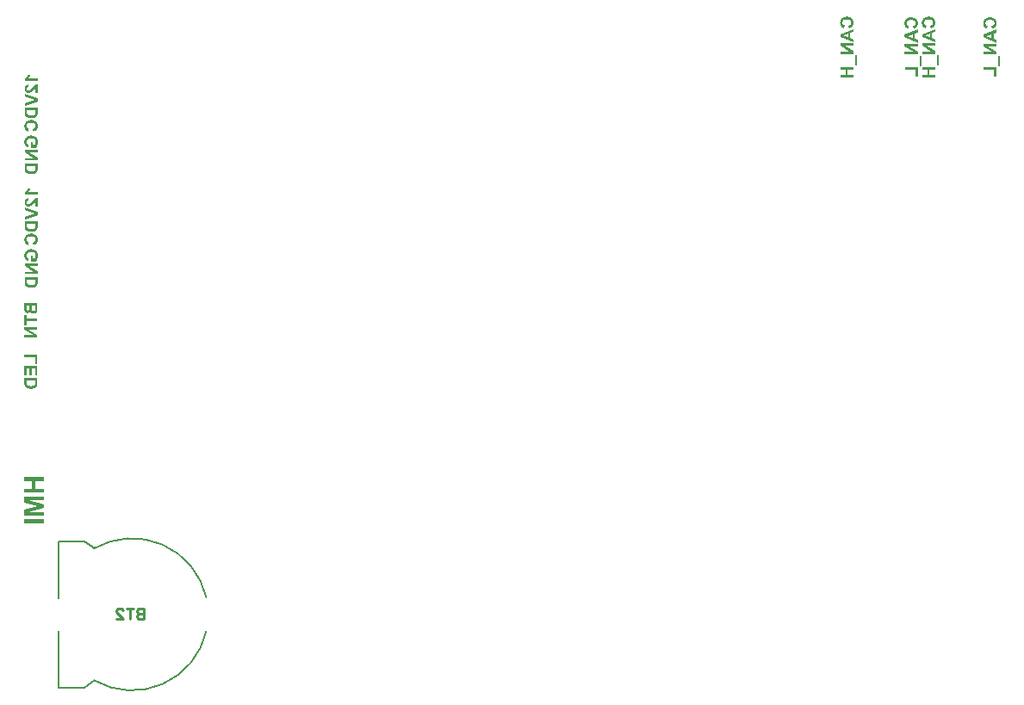
<source format=gbo>
G04*
G04 #@! TF.GenerationSoftware,Altium Limited,Altium Designer,23.0.1 (38)*
G04*
G04 Layer_Color=32896*
%FSLAX44Y44*%
%MOMM*%
G71*
G04*
G04 #@! TF.SameCoordinates,FF995E5F-5184-4AEF-B54D-418CE73C624A*
G04*
G04*
G04 #@! TF.FilePolarity,Positive*
G04*
G01*
G75*
%ADD14C,0.1270*%
%ADD16C,0.2540*%
G36*
X959687Y883964D02*
X960206Y883908D01*
X960705Y883834D01*
X961150Y883723D01*
X961576Y883612D01*
X961983Y883464D01*
X962335Y883316D01*
X962650Y883167D01*
X962946Y883019D01*
X963205Y882871D01*
X963409Y882723D01*
X963594Y882612D01*
X963724Y882501D01*
X963835Y882427D01*
X963890Y882371D01*
X963909Y882353D01*
X964224Y882038D01*
X964483Y881705D01*
X964724Y881353D01*
X964909Y881001D01*
X965075Y880649D01*
X965223Y880297D01*
X965335Y879964D01*
X965427Y879649D01*
X965501Y879334D01*
X965557Y879057D01*
X965594Y878798D01*
X965612Y878594D01*
X965631Y878409D01*
X965649Y878279D01*
Y878168D01*
X965631Y877779D01*
X965612Y877427D01*
X965557Y877075D01*
X965483Y876761D01*
X965409Y876464D01*
X965335Y876187D01*
X965242Y875927D01*
X965131Y875687D01*
X965038Y875483D01*
X964946Y875298D01*
X964872Y875131D01*
X964798Y875002D01*
X964724Y874891D01*
X964668Y874816D01*
X964650Y874779D01*
X964631Y874761D01*
X964427Y874520D01*
X964205Y874298D01*
X963705Y873891D01*
X963187Y873557D01*
X962687Y873298D01*
X962446Y873187D01*
X962224Y873094D01*
X962020Y873020D01*
X961853Y872946D01*
X961705Y872891D01*
X961594Y872854D01*
X961520Y872835D01*
X961502D01*
X960724Y875353D01*
X961224Y875501D01*
X961650Y875668D01*
X962002Y875835D01*
X962298Y876020D01*
X962520Y876168D01*
X962668Y876298D01*
X962761Y876390D01*
X962798Y876427D01*
X963020Y876724D01*
X963168Y877020D01*
X963279Y877316D01*
X963372Y877575D01*
X963409Y877816D01*
X963427Y878020D01*
X963446Y878094D01*
Y878186D01*
X963427Y878446D01*
X963409Y878686D01*
X963279Y879131D01*
X963131Y879520D01*
X962927Y879834D01*
X962742Y880094D01*
X962594Y880279D01*
X962520Y880353D01*
X962465Y880408D01*
X962446Y880427D01*
X962428Y880445D01*
X962224Y880594D01*
X961983Y880723D01*
X961724Y880853D01*
X961446Y880945D01*
X960872Y881094D01*
X960298Y881205D01*
X960020Y881242D01*
X959780Y881260D01*
X959539Y881297D01*
X959335D01*
X959187Y881316D01*
X959057D01*
X958965D01*
X958946D01*
X958521Y881297D01*
X958132Y881279D01*
X957780Y881242D01*
X957447Y881186D01*
X957150Y881112D01*
X956872Y881038D01*
X956632Y880964D01*
X956410Y880871D01*
X956224Y880797D01*
X956058Y880723D01*
X955928Y880649D01*
X955817Y880575D01*
X955724Y880519D01*
X955669Y880482D01*
X955632Y880445D01*
X955613D01*
X955428Y880279D01*
X955262Y880094D01*
X955132Y879909D01*
X955021Y879705D01*
X954836Y879316D01*
X954706Y878946D01*
X954632Y878631D01*
X954613Y878483D01*
X954595Y878372D01*
X954576Y878260D01*
Y878131D01*
X954595Y877761D01*
X954669Y877427D01*
X954762Y877131D01*
X954873Y876872D01*
X954984Y876668D01*
X955076Y876520D01*
X955150Y876427D01*
X955169Y876390D01*
X955391Y876150D01*
X955650Y875927D01*
X955910Y875761D01*
X956169Y875631D01*
X956391Y875539D01*
X956558Y875483D01*
X956632Y875446D01*
X956687D01*
X956706Y875427D01*
X956724D01*
X956113Y872872D01*
X955576Y873057D01*
X955113Y873261D01*
X954706Y873483D01*
X954373Y873687D01*
X954113Y873891D01*
X954002Y873965D01*
X953910Y874039D01*
X953854Y874094D01*
X953799Y874150D01*
X953762Y874168D01*
Y874187D01*
X953521Y874465D01*
X953299Y874779D01*
X953114Y875076D01*
X952965Y875390D01*
X952817Y875724D01*
X952706Y876039D01*
X952614Y876353D01*
X952540Y876650D01*
X952484Y876927D01*
X952447Y877187D01*
X952410Y877409D01*
X952392Y877612D01*
X952373Y877779D01*
Y878001D01*
X952392Y878483D01*
X952447Y878964D01*
X952540Y879390D01*
X952651Y879816D01*
X952780Y880186D01*
X952928Y880557D01*
X953095Y880871D01*
X953262Y881168D01*
X953428Y881445D01*
X953595Y881668D01*
X953743Y881871D01*
X953873Y882038D01*
X953984Y882168D01*
X954077Y882260D01*
X954132Y882316D01*
X954150Y882334D01*
X954502Y882630D01*
X954873Y882871D01*
X955262Y883093D01*
X955669Y883279D01*
X956095Y883445D01*
X956502Y883575D01*
X956909Y883686D01*
X957298Y883778D01*
X957687Y883852D01*
X958020Y883889D01*
X958335Y883927D01*
X958595Y883964D01*
X958817D01*
X958983Y883982D01*
X959094D01*
X959113D01*
X959131D01*
X959687Y883964D01*
D02*
G37*
G36*
X965427Y869169D02*
X962520Y868113D01*
Y862966D01*
X965427Y861855D01*
Y859059D01*
X952614Y864206D01*
Y866947D01*
X965427Y871909D01*
Y869169D01*
D02*
G37*
G36*
Y855281D02*
X956984D01*
X965427Y850078D01*
Y847486D01*
X952614D01*
Y849875D01*
X961242D01*
X952614Y855170D01*
Y857670D01*
X965427D01*
Y855281D01*
D02*
G37*
G36*
X968964Y836006D02*
X967371D01*
Y846227D01*
X968964D01*
Y836006D01*
D02*
G37*
G36*
X965427Y825692D02*
X963261D01*
Y832136D01*
X952706D01*
Y834728D01*
X965427D01*
Y825692D01*
D02*
G37*
G36*
X899362Y884538D02*
X899881Y884482D01*
X900380Y884408D01*
X900825Y884297D01*
X901251Y884186D01*
X901658Y884038D01*
X902010Y883889D01*
X902325Y883741D01*
X902621Y883593D01*
X902880Y883445D01*
X903084Y883297D01*
X903269Y883186D01*
X903399Y883075D01*
X903510Y883001D01*
X903565Y882945D01*
X903584Y882927D01*
X903899Y882612D01*
X904158Y882279D01*
X904398Y881927D01*
X904584Y881575D01*
X904750Y881223D01*
X904899Y880871D01*
X905010Y880538D01*
X905102Y880223D01*
X905176Y879909D01*
X905232Y879631D01*
X905269Y879371D01*
X905287Y879168D01*
X905306Y878983D01*
X905324Y878853D01*
Y878742D01*
X905306Y878353D01*
X905287Y878001D01*
X905232Y877649D01*
X905158Y877335D01*
X905084Y877038D01*
X905010Y876761D01*
X904917Y876501D01*
X904806Y876261D01*
X904713Y876057D01*
X904621Y875872D01*
X904547Y875705D01*
X904473Y875576D01*
X904398Y875464D01*
X904343Y875390D01*
X904324Y875353D01*
X904306Y875335D01*
X904102Y875094D01*
X903880Y874872D01*
X903380Y874465D01*
X902862Y874131D01*
X902362Y873872D01*
X902121Y873761D01*
X901899Y873668D01*
X901695Y873594D01*
X901528Y873520D01*
X901380Y873465D01*
X901269Y873428D01*
X901195Y873409D01*
X901177D01*
X900399Y875927D01*
X900899Y876076D01*
X901325Y876242D01*
X901677Y876409D01*
X901973Y876594D01*
X902195Y876742D01*
X902343Y876872D01*
X902436Y876964D01*
X902473Y877001D01*
X902695Y877298D01*
X902843Y877594D01*
X902954Y877890D01*
X903047Y878149D01*
X903084Y878390D01*
X903102Y878594D01*
X903121Y878668D01*
Y878760D01*
X903102Y879020D01*
X903084Y879260D01*
X902954Y879705D01*
X902806Y880094D01*
X902602Y880408D01*
X902417Y880668D01*
X902269Y880853D01*
X902195Y880927D01*
X902140Y880982D01*
X902121Y881001D01*
X902103Y881019D01*
X901899Y881168D01*
X901658Y881297D01*
X901399Y881427D01*
X901121Y881519D01*
X900547Y881667D01*
X899973Y881779D01*
X899695Y881816D01*
X899455Y881834D01*
X899214Y881871D01*
X899010D01*
X898862Y881890D01*
X898733D01*
X898640D01*
X898621D01*
X898195Y881871D01*
X897807Y881853D01*
X897455Y881816D01*
X897122Y881760D01*
X896825Y881686D01*
X896547Y881612D01*
X896307Y881538D01*
X896085Y881445D01*
X895899Y881371D01*
X895733Y881297D01*
X895603Y881223D01*
X895492Y881149D01*
X895399Y881094D01*
X895344Y881057D01*
X895307Y881019D01*
X895288D01*
X895103Y880853D01*
X894937Y880668D01*
X894807Y880482D01*
X894696Y880279D01*
X894511Y879890D01*
X894381Y879520D01*
X894307Y879205D01*
X894288Y879057D01*
X894270Y878946D01*
X894251Y878835D01*
Y878705D01*
X894270Y878335D01*
X894344Y878001D01*
X894437Y877705D01*
X894548Y877446D01*
X894659Y877242D01*
X894751Y877094D01*
X894826Y877001D01*
X894844Y876964D01*
X895066Y876724D01*
X895325Y876501D01*
X895585Y876335D01*
X895844Y876205D01*
X896066Y876113D01*
X896233Y876057D01*
X896307Y876020D01*
X896362D01*
X896381Y876001D01*
X896399D01*
X895788Y873446D01*
X895251Y873631D01*
X894788Y873835D01*
X894381Y874057D01*
X894048Y874261D01*
X893789Y874465D01*
X893677Y874539D01*
X893585Y874613D01*
X893529Y874668D01*
X893474Y874724D01*
X893437Y874742D01*
Y874761D01*
X893196Y875039D01*
X892974Y875353D01*
X892789Y875650D01*
X892641Y875964D01*
X892492Y876298D01*
X892381Y876612D01*
X892289Y876927D01*
X892215Y877224D01*
X892159Y877501D01*
X892122Y877760D01*
X892085Y877983D01*
X892066Y878186D01*
X892048Y878353D01*
Y878575D01*
X892066Y879057D01*
X892122Y879538D01*
X892215Y879964D01*
X892326Y880390D01*
X892455Y880760D01*
X892604Y881131D01*
X892770Y881445D01*
X892937Y881742D01*
X893103Y882019D01*
X893270Y882242D01*
X893418Y882445D01*
X893548Y882612D01*
X893659Y882741D01*
X893752Y882834D01*
X893807Y882890D01*
X893826Y882908D01*
X894177Y883204D01*
X894548Y883445D01*
X894937Y883667D01*
X895344Y883852D01*
X895770Y884019D01*
X896177Y884149D01*
X896584Y884260D01*
X896973Y884352D01*
X897362Y884426D01*
X897695Y884464D01*
X898010Y884501D01*
X898270Y884538D01*
X898492D01*
X898658Y884556D01*
X898770D01*
X898788D01*
X898807D01*
X899362Y884538D01*
D02*
G37*
G36*
X905102Y869743D02*
X902195Y868687D01*
Y863540D01*
X905102Y862429D01*
Y859633D01*
X892289Y864780D01*
Y867521D01*
X905102Y872483D01*
Y869743D01*
D02*
G37*
G36*
Y855855D02*
X896659D01*
X905102Y850652D01*
Y848060D01*
X892289D01*
Y850449D01*
X900917D01*
X892289Y855744D01*
Y858244D01*
X905102D01*
Y855855D01*
D02*
G37*
G36*
X908639Y836580D02*
X907046D01*
Y846801D01*
X908639D01*
Y836580D01*
D02*
G37*
G36*
X905102Y832765D02*
X899492D01*
Y827710D01*
X905102D01*
Y825118D01*
X892289D01*
Y827710D01*
X897325D01*
Y832765D01*
X892289D01*
Y835358D01*
X905102D01*
Y832765D01*
D02*
G37*
G36*
X28990Y427804D02*
X20578D01*
Y420225D01*
X28990D01*
Y416339D01*
X9779D01*
Y420225D01*
X17330D01*
Y427804D01*
X9779D01*
Y431691D01*
X28990D01*
Y427804D01*
D02*
G37*
G36*
Y408787D02*
X13888D01*
X28990Y405012D01*
Y401264D01*
X13888Y397488D01*
X28990Y397460D01*
Y393879D01*
X9779D01*
Y399709D01*
X22910Y403124D01*
X9779Y406566D01*
Y412369D01*
X28990D01*
Y408787D01*
D02*
G37*
G36*
Y386189D02*
X9779D01*
Y390076D01*
X28990D01*
Y386189D01*
D02*
G37*
G36*
X17075Y655929D02*
X17704Y655855D01*
X18278Y655726D01*
X18556Y655670D01*
X18797Y655596D01*
X19019Y655522D01*
X19222Y655467D01*
X19389Y655393D01*
X19537Y655337D01*
X19648Y655300D01*
X19741Y655263D01*
X19797Y655226D01*
X19815D01*
X20371Y654911D01*
X20852Y654559D01*
X21278Y654189D01*
X21611Y653819D01*
X21759Y653652D01*
X21889Y653485D01*
X22000Y653356D01*
X22074Y653226D01*
X22148Y653133D01*
X22204Y653041D01*
X22222Y653004D01*
X22241Y652985D01*
X22389Y652689D01*
X22518Y652411D01*
X22722Y651800D01*
X22870Y651208D01*
X22963Y650671D01*
X23000Y650412D01*
X23037Y650189D01*
X23055Y649986D01*
Y649800D01*
X23074Y649671D01*
Y649467D01*
X23055Y648875D01*
X22981Y648319D01*
X22889Y647782D01*
X22778Y647319D01*
X22722Y647116D01*
X22666Y646930D01*
X22611Y646764D01*
X22574Y646616D01*
X22537Y646505D01*
X22500Y646431D01*
X22481Y646375D01*
Y646356D01*
X22259Y645801D01*
X22018Y645338D01*
X21778Y644931D01*
X21574Y644579D01*
X21389Y644320D01*
X21315Y644227D01*
X21241Y644134D01*
X21185Y644079D01*
X21148Y644023D01*
X21111Y643986D01*
X15963D01*
Y649560D01*
X18130D01*
Y646597D01*
X19778D01*
X19945Y646819D01*
X20093Y647060D01*
X20222Y647301D01*
X20333Y647523D01*
X20426Y647708D01*
X20500Y647875D01*
X20537Y647967D01*
X20556Y647986D01*
Y648004D01*
X20667Y648301D01*
X20741Y648597D01*
X20796Y648875D01*
X20833Y649115D01*
X20852Y649338D01*
X20870Y649486D01*
Y649634D01*
X20852Y649930D01*
X20815Y650226D01*
X20759Y650486D01*
X20685Y650745D01*
X20500Y651208D01*
X20408Y651393D01*
X20296Y651578D01*
X20185Y651745D01*
X20093Y651893D01*
X19982Y652004D01*
X19908Y652115D01*
X19834Y652189D01*
X19778Y652245D01*
X19741Y652282D01*
X19722Y652300D01*
X19500Y652467D01*
X19241Y652634D01*
X18982Y652763D01*
X18704Y652874D01*
X18130Y653059D01*
X17574Y653170D01*
X17315Y653208D01*
X17056Y653245D01*
X16852Y653263D01*
X16649Y653282D01*
X16501Y653300D01*
X16371D01*
X16297D01*
X16278D01*
X15890Y653282D01*
X15538Y653263D01*
X15186Y653208D01*
X14871Y653152D01*
X14593Y653078D01*
X14334Y652985D01*
X14093Y652893D01*
X13871Y652800D01*
X13686Y652726D01*
X13519Y652634D01*
X13390Y652541D01*
X13279Y652467D01*
X13186Y652411D01*
X13131Y652356D01*
X13093Y652337D01*
X13075Y652319D01*
X12890Y652115D01*
X12705Y651911D01*
X12575Y651689D01*
X12445Y651467D01*
X12334Y651245D01*
X12242Y651023D01*
X12112Y650597D01*
X12075Y650393D01*
X12038Y650208D01*
X12019Y650041D01*
X12001Y649893D01*
X11982Y649782D01*
Y649615D01*
X12001Y649208D01*
X12075Y648856D01*
X12149Y648541D01*
X12260Y648264D01*
X12353Y648060D01*
X12445Y647893D01*
X12519Y647801D01*
X12538Y647764D01*
X12760Y647504D01*
X13001Y647282D01*
X13242Y647097D01*
X13482Y646967D01*
X13705Y646856D01*
X13871Y646782D01*
X13982Y646745D01*
X14001Y646727D01*
X14019D01*
X13538Y644153D01*
X13223Y644227D01*
X12908Y644338D01*
X12630Y644449D01*
X12371Y644597D01*
X12112Y644727D01*
X11890Y644875D01*
X11686Y645023D01*
X11501Y645171D01*
X11334Y645320D01*
X11186Y645449D01*
X11057Y645560D01*
X10964Y645671D01*
X10890Y645764D01*
X10816Y645838D01*
X10797Y645875D01*
X10779Y645893D01*
X10594Y646153D01*
X10446Y646431D01*
X10316Y646727D01*
X10205Y647041D01*
X10020Y647653D01*
X9909Y648245D01*
X9853Y648523D01*
X9834Y648782D01*
X9816Y649023D01*
X9797Y649227D01*
X9779Y649393D01*
Y649615D01*
X9797Y650282D01*
X9872Y650874D01*
X9927Y651134D01*
X9983Y651393D01*
X10038Y651634D01*
X10094Y651837D01*
X10168Y652022D01*
X10223Y652208D01*
X10279Y652337D01*
X10316Y652467D01*
X10372Y652560D01*
X10390Y652634D01*
X10427Y652671D01*
Y652689D01*
X10760Y653263D01*
X10964Y653504D01*
X11149Y653745D01*
X11353Y653967D01*
X11557Y654170D01*
X11760Y654356D01*
X11945Y654522D01*
X12131Y654652D01*
X12297Y654781D01*
X12445Y654893D01*
X12575Y654985D01*
X12686Y655041D01*
X12760Y655096D01*
X12816Y655115D01*
X12834Y655133D01*
X13131Y655281D01*
X13427Y655411D01*
X14038Y655615D01*
X14649Y655763D01*
X15186Y655855D01*
X15445Y655892D01*
X15667Y655929D01*
X15871Y655948D01*
X16056D01*
X16186Y655966D01*
X16297D01*
X16371D01*
X16389D01*
X17075Y655929D01*
D02*
G37*
G36*
X22833Y639190D02*
X14390D01*
X22833Y633987D01*
Y631395D01*
X10020D01*
Y633784D01*
X18648D01*
X10020Y639079D01*
Y641579D01*
X22833D01*
Y639190D01*
D02*
G37*
G36*
Y623803D02*
X22815Y623303D01*
X22796Y622840D01*
X22759Y622452D01*
X22704Y622137D01*
X22648Y621878D01*
X22611Y621674D01*
X22592Y621618D01*
Y621563D01*
X22574Y621544D01*
Y621526D01*
X22426Y621118D01*
X22259Y620748D01*
X22092Y620452D01*
X21926Y620192D01*
X21778Y619989D01*
X21667Y619841D01*
X21593Y619748D01*
X21556Y619711D01*
X21204Y619396D01*
X20833Y619118D01*
X20445Y618878D01*
X20093Y618693D01*
X19759Y618545D01*
X19630Y618470D01*
X19519Y618433D01*
X19408Y618396D01*
X19333Y618359D01*
X19296Y618341D01*
X19278D01*
X18834Y618211D01*
X18371Y618100D01*
X17926Y618026D01*
X17500Y617989D01*
X17297Y617971D01*
X17112Y617952D01*
X16963D01*
X16815Y617933D01*
X16704D01*
X16630D01*
X16575D01*
X16556D01*
X15908Y617952D01*
X15334Y618008D01*
X15056Y618026D01*
X14815Y618063D01*
X14575Y618100D01*
X14371Y618137D01*
X14186Y618193D01*
X14019Y618230D01*
X13871Y618267D01*
X13760Y618285D01*
X13668Y618322D01*
X13593Y618341D01*
X13556Y618359D01*
X13538D01*
X13093Y618526D01*
X12686Y618730D01*
X12334Y618933D01*
X12038Y619137D01*
X11797Y619304D01*
X11612Y619452D01*
X11501Y619544D01*
X11464Y619563D01*
Y619581D01*
X11168Y619896D01*
X10927Y620211D01*
X10723Y620544D01*
X10557Y620840D01*
X10427Y621100D01*
X10335Y621322D01*
X10316Y621396D01*
X10297Y621452D01*
X10279Y621489D01*
Y621507D01*
X10186Y621859D01*
X10131Y622248D01*
X10075Y622655D01*
X10057Y623044D01*
X10038Y623396D01*
X10020Y623544D01*
Y628655D01*
X22833D01*
Y623803D01*
D02*
G37*
G36*
X882217Y883964D02*
X882736Y883908D01*
X883235Y883834D01*
X883680Y883723D01*
X884106Y883612D01*
X884513Y883464D01*
X884865Y883316D01*
X885180Y883167D01*
X885476Y883019D01*
X885735Y882871D01*
X885939Y882723D01*
X886124Y882612D01*
X886254Y882501D01*
X886365Y882427D01*
X886420Y882371D01*
X886439Y882353D01*
X886754Y882038D01*
X887013Y881705D01*
X887253Y881353D01*
X887439Y881001D01*
X887605Y880649D01*
X887754Y880297D01*
X887865Y879964D01*
X887957Y879649D01*
X888031Y879334D01*
X888087Y879057D01*
X888124Y878798D01*
X888142Y878594D01*
X888161Y878409D01*
X888179Y878279D01*
Y878168D01*
X888161Y877779D01*
X888142Y877427D01*
X888087Y877075D01*
X888013Y876761D01*
X887939Y876464D01*
X887865Y876187D01*
X887772Y875927D01*
X887661Y875687D01*
X887568Y875483D01*
X887476Y875298D01*
X887402Y875131D01*
X887328Y875002D01*
X887253Y874891D01*
X887198Y874816D01*
X887179Y874779D01*
X887161Y874761D01*
X886957Y874520D01*
X886735Y874298D01*
X886235Y873891D01*
X885717Y873557D01*
X885217Y873298D01*
X884976Y873187D01*
X884754Y873094D01*
X884550Y873020D01*
X884383Y872946D01*
X884235Y872891D01*
X884124Y872854D01*
X884050Y872835D01*
X884032D01*
X883254Y875353D01*
X883754Y875501D01*
X884180Y875668D01*
X884532Y875835D01*
X884828Y876020D01*
X885050Y876168D01*
X885198Y876298D01*
X885291Y876390D01*
X885328Y876427D01*
X885550Y876724D01*
X885698Y877020D01*
X885809Y877316D01*
X885902Y877575D01*
X885939Y877816D01*
X885957Y878020D01*
X885976Y878094D01*
Y878186D01*
X885957Y878446D01*
X885939Y878686D01*
X885809Y879131D01*
X885661Y879520D01*
X885457Y879834D01*
X885272Y880094D01*
X885124Y880279D01*
X885050Y880353D01*
X884995Y880408D01*
X884976Y880427D01*
X884958Y880445D01*
X884754Y880594D01*
X884513Y880723D01*
X884254Y880853D01*
X883976Y880945D01*
X883402Y881094D01*
X882828Y881205D01*
X882550Y881242D01*
X882310Y881260D01*
X882069Y881297D01*
X881865D01*
X881717Y881316D01*
X881587D01*
X881495D01*
X881476D01*
X881050Y881297D01*
X880662Y881279D01*
X880310Y881242D01*
X879977Y881186D01*
X879680Y881112D01*
X879402Y881038D01*
X879162Y880964D01*
X878940Y880871D01*
X878754Y880797D01*
X878588Y880723D01*
X878458Y880649D01*
X878347Y880575D01*
X878254Y880519D01*
X878199Y880482D01*
X878162Y880445D01*
X878143D01*
X877958Y880279D01*
X877792Y880094D01*
X877662Y879909D01*
X877551Y879705D01*
X877366Y879316D01*
X877236Y878946D01*
X877162Y878631D01*
X877143Y878483D01*
X877125Y878372D01*
X877106Y878260D01*
Y878131D01*
X877125Y877761D01*
X877199Y877427D01*
X877292Y877131D01*
X877403Y876872D01*
X877514Y876668D01*
X877606Y876520D01*
X877680Y876427D01*
X877699Y876390D01*
X877921Y876150D01*
X878180Y875927D01*
X878440Y875761D01*
X878699Y875631D01*
X878921Y875539D01*
X879088Y875483D01*
X879162Y875446D01*
X879217D01*
X879236Y875427D01*
X879254D01*
X878643Y872872D01*
X878106Y873057D01*
X877643Y873261D01*
X877236Y873483D01*
X876903Y873687D01*
X876644Y873891D01*
X876532Y873965D01*
X876440Y874039D01*
X876384Y874094D01*
X876329Y874150D01*
X876292Y874168D01*
Y874187D01*
X876051Y874465D01*
X875829Y874779D01*
X875644Y875076D01*
X875496Y875390D01*
X875347Y875724D01*
X875236Y876039D01*
X875144Y876353D01*
X875070Y876650D01*
X875014Y876927D01*
X874977Y877187D01*
X874940Y877409D01*
X874921Y877612D01*
X874903Y877779D01*
Y878001D01*
X874921Y878483D01*
X874977Y878964D01*
X875070Y879390D01*
X875181Y879816D01*
X875310Y880186D01*
X875458Y880557D01*
X875625Y880871D01*
X875792Y881168D01*
X875958Y881445D01*
X876125Y881668D01*
X876273Y881871D01*
X876403Y882038D01*
X876514Y882168D01*
X876607Y882260D01*
X876662Y882316D01*
X876681Y882334D01*
X877032Y882630D01*
X877403Y882871D01*
X877792Y883093D01*
X878199Y883279D01*
X878625Y883445D01*
X879032Y883575D01*
X879439Y883686D01*
X879828Y883778D01*
X880217Y883852D01*
X880551Y883889D01*
X880865Y883927D01*
X881124Y883964D01*
X881347D01*
X881513Y883982D01*
X881625D01*
X881643D01*
X881662D01*
X882217Y883964D01*
D02*
G37*
G36*
X887957Y869169D02*
X885050Y868113D01*
Y862966D01*
X887957Y861855D01*
Y859059D01*
X875144Y864206D01*
Y866947D01*
X887957Y871909D01*
Y869169D01*
D02*
G37*
G36*
Y855281D02*
X879514D01*
X887957Y850078D01*
Y847486D01*
X875144D01*
Y849875D01*
X883772D01*
X875144Y855170D01*
Y857670D01*
X887957D01*
Y855281D01*
D02*
G37*
G36*
X891494Y836006D02*
X889901D01*
Y846227D01*
X891494D01*
Y836006D01*
D02*
G37*
G36*
X887957Y825692D02*
X885791D01*
Y832136D01*
X875236D01*
Y834728D01*
X887957D01*
Y825692D01*
D02*
G37*
G36*
X818971Y884538D02*
X819490Y884482D01*
X819989Y884408D01*
X820434Y884297D01*
X820860Y884186D01*
X821267Y884038D01*
X821619Y883889D01*
X821934Y883741D01*
X822230Y883593D01*
X822489Y883445D01*
X822693Y883297D01*
X822878Y883186D01*
X823008Y883075D01*
X823119Y883001D01*
X823174Y882945D01*
X823193Y882927D01*
X823508Y882612D01*
X823767Y882279D01*
X824007Y881927D01*
X824193Y881575D01*
X824359Y881223D01*
X824508Y880871D01*
X824619Y880538D01*
X824711Y880223D01*
X824785Y879909D01*
X824841Y879631D01*
X824878Y879371D01*
X824896Y879168D01*
X824915Y878983D01*
X824933Y878853D01*
Y878742D01*
X824915Y878353D01*
X824896Y878001D01*
X824841Y877649D01*
X824767Y877335D01*
X824693Y877038D01*
X824619Y876761D01*
X824526Y876501D01*
X824415Y876261D01*
X824322Y876057D01*
X824230Y875872D01*
X824156Y875705D01*
X824082Y875576D01*
X824007Y875464D01*
X823952Y875390D01*
X823933Y875353D01*
X823915Y875335D01*
X823711Y875094D01*
X823489Y874872D01*
X822989Y874465D01*
X822471Y874131D01*
X821971Y873872D01*
X821730Y873761D01*
X821508Y873668D01*
X821304Y873594D01*
X821137Y873520D01*
X820989Y873465D01*
X820878Y873428D01*
X820804Y873409D01*
X820786D01*
X820008Y875927D01*
X820508Y876076D01*
X820934Y876242D01*
X821286Y876409D01*
X821582Y876594D01*
X821804Y876742D01*
X821952Y876872D01*
X822045Y876964D01*
X822082Y877001D01*
X822304Y877298D01*
X822452Y877594D01*
X822563Y877890D01*
X822656Y878149D01*
X822693Y878390D01*
X822711Y878594D01*
X822730Y878668D01*
Y878760D01*
X822711Y879020D01*
X822693Y879260D01*
X822563Y879705D01*
X822415Y880094D01*
X822211Y880408D01*
X822026Y880668D01*
X821878Y880853D01*
X821804Y880927D01*
X821749Y880982D01*
X821730Y881001D01*
X821712Y881019D01*
X821508Y881168D01*
X821267Y881297D01*
X821008Y881427D01*
X820730Y881519D01*
X820156Y881667D01*
X819582Y881779D01*
X819304Y881816D01*
X819064Y881834D01*
X818823Y881871D01*
X818619D01*
X818471Y881890D01*
X818342D01*
X818249D01*
X818230D01*
X817804Y881871D01*
X817416Y881853D01*
X817064Y881816D01*
X816730Y881760D01*
X816434Y881686D01*
X816156Y881612D01*
X815916Y881538D01*
X815694Y881445D01*
X815508Y881371D01*
X815342Y881297D01*
X815212Y881223D01*
X815101Y881149D01*
X815008Y881094D01*
X814953Y881057D01*
X814916Y881019D01*
X814897D01*
X814712Y880853D01*
X814546Y880668D01*
X814416Y880482D01*
X814305Y880279D01*
X814120Y879890D01*
X813990Y879520D01*
X813916Y879205D01*
X813897Y879057D01*
X813879Y878946D01*
X813860Y878835D01*
Y878705D01*
X813879Y878335D01*
X813953Y878001D01*
X814046Y877705D01*
X814157Y877446D01*
X814268Y877242D01*
X814360Y877094D01*
X814435Y877001D01*
X814453Y876964D01*
X814675Y876724D01*
X814934Y876501D01*
X815194Y876335D01*
X815453Y876205D01*
X815675Y876113D01*
X815842Y876057D01*
X815916Y876020D01*
X815971D01*
X815990Y876001D01*
X816008D01*
X815397Y873446D01*
X814860Y873631D01*
X814397Y873835D01*
X813990Y874057D01*
X813657Y874261D01*
X813398Y874465D01*
X813286Y874539D01*
X813194Y874613D01*
X813138Y874668D01*
X813083Y874724D01*
X813046Y874742D01*
Y874761D01*
X812805Y875039D01*
X812583Y875353D01*
X812398Y875650D01*
X812250Y875964D01*
X812101Y876298D01*
X811990Y876612D01*
X811898Y876927D01*
X811824Y877224D01*
X811768Y877501D01*
X811731Y877760D01*
X811694Y877983D01*
X811675Y878186D01*
X811657Y878353D01*
Y878575D01*
X811675Y879057D01*
X811731Y879538D01*
X811824Y879964D01*
X811935Y880390D01*
X812064Y880760D01*
X812213Y881131D01*
X812379Y881445D01*
X812546Y881742D01*
X812712Y882019D01*
X812879Y882242D01*
X813027Y882445D01*
X813157Y882612D01*
X813268Y882741D01*
X813361Y882834D01*
X813416Y882890D01*
X813435Y882908D01*
X813786Y883204D01*
X814157Y883445D01*
X814546Y883667D01*
X814953Y883852D01*
X815379Y884019D01*
X815786Y884149D01*
X816193Y884260D01*
X816582Y884352D01*
X816971Y884426D01*
X817305Y884464D01*
X817619Y884501D01*
X817879Y884538D01*
X818101D01*
X818267Y884556D01*
X818379D01*
X818397D01*
X818416D01*
X818971Y884538D01*
D02*
G37*
G36*
X824711Y869743D02*
X821804Y868687D01*
Y863540D01*
X824711Y862429D01*
Y859633D01*
X811898Y864780D01*
Y867521D01*
X824711Y872483D01*
Y869743D01*
D02*
G37*
G36*
Y855855D02*
X816268D01*
X824711Y850652D01*
Y848060D01*
X811898D01*
Y850449D01*
X820526D01*
X811898Y855744D01*
Y858244D01*
X824711D01*
Y855855D01*
D02*
G37*
G36*
X828248Y836580D02*
X826655D01*
Y846801D01*
X828248D01*
Y836580D01*
D02*
G37*
G36*
X824711Y832765D02*
X819101D01*
Y827710D01*
X824711D01*
Y825118D01*
X811898D01*
Y827710D01*
X816934D01*
Y832765D01*
X811898D01*
Y835358D01*
X824711D01*
Y832765D01*
D02*
G37*
G36*
X22592Y543090D02*
X20426D01*
Y549534D01*
X9872D01*
Y552126D01*
X22592D01*
Y543090D01*
D02*
G37*
G36*
Y531499D02*
X20426D01*
Y538646D01*
X16945D01*
Y532221D01*
X14778D01*
Y538646D01*
X11945D01*
Y531739D01*
X9779D01*
Y541238D01*
X22592D01*
Y531499D01*
D02*
G37*
G36*
Y524444D02*
X22574Y523944D01*
X22555Y523481D01*
X22518Y523092D01*
X22463Y522777D01*
X22407Y522518D01*
X22370Y522314D01*
X22352Y522259D01*
Y522203D01*
X22333Y522185D01*
Y522166D01*
X22185Y521759D01*
X22018Y521389D01*
X21852Y521092D01*
X21685Y520833D01*
X21537Y520629D01*
X21426Y520481D01*
X21352Y520389D01*
X21315Y520352D01*
X20963Y520037D01*
X20593Y519759D01*
X20204Y519518D01*
X19852Y519333D01*
X19519Y519185D01*
X19389Y519111D01*
X19278Y519074D01*
X19167Y519037D01*
X19093Y519000D01*
X19056Y518981D01*
X19037D01*
X18593Y518852D01*
X18130Y518741D01*
X17686Y518667D01*
X17260Y518629D01*
X17056Y518611D01*
X16871Y518592D01*
X16723D01*
X16575Y518574D01*
X16464D01*
X16389D01*
X16334D01*
X16315D01*
X15667Y518592D01*
X15093Y518648D01*
X14815Y518667D01*
X14575Y518704D01*
X14334Y518741D01*
X14130Y518778D01*
X13945Y518833D01*
X13779Y518870D01*
X13630Y518907D01*
X13519Y518926D01*
X13427Y518963D01*
X13353Y518981D01*
X13316Y519000D01*
X13297D01*
X12853Y519166D01*
X12445Y519370D01*
X12094Y519574D01*
X11797Y519777D01*
X11557Y519944D01*
X11371Y520092D01*
X11260Y520185D01*
X11223Y520203D01*
Y520222D01*
X10927Y520537D01*
X10686Y520852D01*
X10483Y521185D01*
X10316Y521481D01*
X10186Y521740D01*
X10094Y521963D01*
X10075Y522037D01*
X10057Y522092D01*
X10038Y522129D01*
Y522148D01*
X9946Y522500D01*
X9890Y522888D01*
X9834Y523296D01*
X9816Y523685D01*
X9797Y524036D01*
X9779Y524184D01*
Y529295D01*
X22592D01*
Y524444D01*
D02*
G37*
G36*
X22592Y597621D02*
X22574Y597306D01*
Y596751D01*
X22555Y596529D01*
Y596177D01*
X22537Y596047D01*
Y595862D01*
X22518Y595788D01*
Y595714D01*
X22463Y595344D01*
X22370Y595010D01*
X22278Y594714D01*
X22167Y594455D01*
X22074Y594251D01*
X21981Y594103D01*
X21926Y594010D01*
X21907Y593973D01*
X21704Y593714D01*
X21481Y593510D01*
X21278Y593307D01*
X21056Y593158D01*
X20870Y593029D01*
X20722Y592936D01*
X20630Y592881D01*
X20593Y592862D01*
X20278Y592733D01*
X19982Y592621D01*
X19685Y592547D01*
X19426Y592510D01*
X19204Y592473D01*
X19037Y592455D01*
X18926D01*
X18908D01*
X18889D01*
X18482Y592473D01*
X18111Y592547D01*
X17797Y592659D01*
X17500Y592770D01*
X17278Y592881D01*
X17112Y592992D01*
X17000Y593066D01*
X16963Y593084D01*
X16667Y593344D01*
X16426Y593621D01*
X16223Y593936D01*
X16075Y594214D01*
X15945Y594473D01*
X15852Y594695D01*
X15834Y594770D01*
X15815Y594825D01*
X15797Y594862D01*
Y594881D01*
X15630Y594584D01*
X15464Y594325D01*
X15260Y594103D01*
X15093Y593918D01*
X14927Y593788D01*
X14797Y593677D01*
X14704Y593603D01*
X14667Y593584D01*
X14371Y593418D01*
X14093Y593288D01*
X13816Y593214D01*
X13556Y593140D01*
X13334Y593103D01*
X13168Y593084D01*
X13056D01*
X13038D01*
X13019D01*
X12723Y593103D01*
X12427Y593140D01*
X12186Y593214D01*
X11964Y593288D01*
X11779Y593362D01*
X11631Y593436D01*
X11557Y593473D01*
X11520Y593492D01*
X11279Y593640D01*
X11075Y593807D01*
X10890Y593973D01*
X10723Y594121D01*
X10612Y594269D01*
X10520Y594381D01*
X10464Y594455D01*
X10446Y594473D01*
X10297Y594695D01*
X10186Y594936D01*
X10094Y595158D01*
X10020Y595362D01*
X9964Y595547D01*
X9927Y595677D01*
X9909Y595769D01*
Y595806D01*
X9872Y596121D01*
X9834Y596473D01*
X9816Y596843D01*
X9797Y597214D01*
X9779Y597547D01*
Y603176D01*
X22592D01*
Y597621D01*
D02*
G37*
G36*
X11945Y587363D02*
X22592D01*
Y584771D01*
X11945D01*
Y580993D01*
X9779D01*
Y591159D01*
X11945D01*
Y587363D01*
D02*
G37*
G36*
X22592Y576920D02*
X14149D01*
X22592Y571716D01*
Y569124D01*
X9779D01*
Y571513D01*
X18408D01*
X9779Y576808D01*
Y579308D01*
X22592D01*
Y576920D01*
D02*
G37*
G36*
X15149Y714775D02*
X14871Y714183D01*
X14723Y713905D01*
X14556Y713645D01*
X14408Y713405D01*
X14260Y713183D01*
X14112Y712979D01*
X13982Y712794D01*
X13871Y712646D01*
X13760Y712516D01*
X13668Y712405D01*
X13612Y712331D01*
X13575Y712294D01*
X13556Y712275D01*
X22833D01*
Y709813D01*
X9946D01*
Y711812D01*
X10372Y711998D01*
X10760Y712238D01*
X11131Y712497D01*
X11427Y712757D01*
X11668Y712979D01*
X11853Y713183D01*
X11927Y713257D01*
X11983Y713312D01*
X12001Y713349D01*
X12019Y713368D01*
X12316Y713775D01*
X12575Y714164D01*
X12779Y714516D01*
X12927Y714830D01*
X13038Y715090D01*
X13131Y715275D01*
X13149Y715349D01*
X13168Y715405D01*
X13186Y715423D01*
Y715442D01*
X15408D01*
X15149Y714775D01*
D02*
G37*
G36*
X22833Y697832D02*
X20556D01*
Y702721D01*
X20315Y702573D01*
X20111Y702406D01*
X20019Y702332D01*
X19945Y702276D01*
X19908Y702239D01*
X19889Y702221D01*
X19815Y702147D01*
X19722Y702073D01*
X19519Y701850D01*
X19278Y701610D01*
X19037Y701369D01*
X18815Y701128D01*
X18630Y700925D01*
X18556Y700851D01*
X18500Y700795D01*
X18482Y700758D01*
X18463Y700739D01*
X18074Y700332D01*
X17760Y699999D01*
X17463Y699721D01*
X17241Y699499D01*
X17056Y699332D01*
X16926Y699221D01*
X16834Y699147D01*
X16815Y699128D01*
X16501Y698888D01*
X16204Y698684D01*
X15927Y698517D01*
X15686Y698388D01*
X15482Y698277D01*
X15316Y698203D01*
X15223Y698166D01*
X15186Y698147D01*
X14890Y698036D01*
X14593Y697962D01*
X14316Y697906D01*
X14056Y697869D01*
X13853Y697851D01*
X13686Y697832D01*
X13575D01*
X13538D01*
X13260Y697851D01*
X12982Y697888D01*
X12723Y697925D01*
X12482Y697999D01*
X12056Y698184D01*
X11686Y698369D01*
X11520Y698480D01*
X11390Y698573D01*
X11260Y698666D01*
X11168Y698758D01*
X11094Y698832D01*
X11020Y698869D01*
X11001Y698906D01*
X10983Y698925D01*
X10797Y699128D01*
X10631Y699369D01*
X10501Y699591D01*
X10390Y699851D01*
X10205Y700332D01*
X10075Y700814D01*
X10038Y701036D01*
X10001Y701239D01*
X9983Y701424D01*
X9964Y701591D01*
X9946Y701721D01*
Y701906D01*
X9964Y702221D01*
X9983Y702517D01*
X10075Y703091D01*
X10223Y703572D01*
X10297Y703795D01*
X10390Y703998D01*
X10464Y704184D01*
X10557Y704332D01*
X10631Y704480D01*
X10686Y704591D01*
X10760Y704684D01*
X10797Y704739D01*
X10816Y704776D01*
X10834Y704795D01*
X11020Y704998D01*
X11205Y705183D01*
X11427Y705350D01*
X11668Y705498D01*
X12149Y705720D01*
X12612Y705906D01*
X12853Y705961D01*
X13056Y706017D01*
X13242Y706072D01*
X13408Y706091D01*
X13556Y706128D01*
X13649D01*
X13723Y706146D01*
X13742D01*
X13982Y703702D01*
X13612Y703665D01*
X13297Y703591D01*
X13019Y703517D01*
X12816Y703424D01*
X12649Y703350D01*
X12538Y703276D01*
X12464Y703221D01*
X12445Y703202D01*
X12297Y703017D01*
X12186Y702813D01*
X12094Y702610D01*
X12038Y702406D01*
X12001Y702239D01*
X11983Y702091D01*
Y701962D01*
X12001Y701684D01*
X12056Y701443D01*
X12131Y701239D01*
X12205Y701054D01*
X12279Y700925D01*
X12353Y700814D01*
X12408Y700758D01*
X12427Y700739D01*
X12612Y700591D01*
X12816Y700480D01*
X13019Y700406D01*
X13223Y700351D01*
X13408Y700313D01*
X13575Y700295D01*
X13668D01*
X13686D01*
X13705D01*
X13982Y700313D01*
X14241Y700369D01*
X14501Y700462D01*
X14723Y700554D01*
X14927Y700647D01*
X15075Y700739D01*
X15167Y700795D01*
X15204Y700814D01*
X15316Y700888D01*
X15445Y700999D01*
X15612Y701147D01*
X15760Y701295D01*
X16112Y701628D01*
X16464Y701962D01*
X16797Y702295D01*
X16945Y702443D01*
X17056Y702591D01*
X17167Y702702D01*
X17241Y702776D01*
X17297Y702832D01*
X17315Y702850D01*
X17667Y703221D01*
X18000Y703554D01*
X18315Y703869D01*
X18593Y704146D01*
X18871Y704406D01*
X19130Y704628D01*
X19352Y704832D01*
X19574Y704998D01*
X19759Y705146D01*
X19926Y705276D01*
X20056Y705387D01*
X20185Y705461D01*
X20259Y705535D01*
X20333Y705572D01*
X20371Y705609D01*
X20389D01*
X20815Y705850D01*
X21259Y706035D01*
X21667Y706183D01*
X22037Y706294D01*
X22370Y706368D01*
X22500Y706387D01*
X22611Y706405D01*
X22704Y706424D01*
X22778Y706442D01*
X22815D01*
X22833D01*
Y697832D01*
D02*
G37*
G36*
Y692333D02*
Y689537D01*
X10020Y684982D01*
Y687741D01*
X19500Y690870D01*
X10020Y694129D01*
Y696925D01*
X22833Y692333D01*
D02*
G37*
G36*
Y678816D02*
X22815Y678316D01*
X22796Y677853D01*
X22759Y677464D01*
X22704Y677149D01*
X22648Y676890D01*
X22611Y676686D01*
X22592Y676631D01*
Y676575D01*
X22574Y676557D01*
Y676538D01*
X22426Y676131D01*
X22259Y675760D01*
X22092Y675464D01*
X21926Y675205D01*
X21778Y675001D01*
X21667Y674853D01*
X21593Y674761D01*
X21556Y674724D01*
X21204Y674409D01*
X20833Y674131D01*
X20445Y673890D01*
X20093Y673705D01*
X19759Y673557D01*
X19630Y673483D01*
X19519Y673446D01*
X19408Y673409D01*
X19334Y673372D01*
X19296Y673353D01*
X19278D01*
X18834Y673224D01*
X18371Y673113D01*
X17926Y673039D01*
X17500Y673001D01*
X17297Y672983D01*
X17112Y672964D01*
X16963D01*
X16815Y672946D01*
X16704D01*
X16630D01*
X16575D01*
X16556D01*
X15908Y672964D01*
X15334Y673020D01*
X15056Y673039D01*
X14815Y673076D01*
X14575Y673113D01*
X14371Y673150D01*
X14186Y673205D01*
X14019Y673242D01*
X13871Y673279D01*
X13760Y673298D01*
X13668Y673335D01*
X13593Y673353D01*
X13556Y673372D01*
X13538D01*
X13094Y673539D01*
X12686Y673742D01*
X12334Y673946D01*
X12038Y674150D01*
X11797Y674316D01*
X11612Y674464D01*
X11501Y674557D01*
X11464Y674576D01*
Y674594D01*
X11168Y674909D01*
X10927Y675223D01*
X10723Y675557D01*
X10557Y675853D01*
X10427Y676112D01*
X10335Y676335D01*
X10316Y676409D01*
X10297Y676464D01*
X10279Y676501D01*
Y676520D01*
X10186Y676871D01*
X10131Y677260D01*
X10075Y677668D01*
X10057Y678057D01*
X10038Y678408D01*
X10020Y678557D01*
Y683667D01*
X22833D01*
Y678816D01*
D02*
G37*
G36*
X17093Y671187D02*
X17612Y671131D01*
X18111Y671057D01*
X18556Y670946D01*
X18982Y670835D01*
X19389Y670687D01*
X19741Y670539D01*
X20056Y670391D01*
X20352Y670243D01*
X20611Y670094D01*
X20815Y669946D01*
X21000Y669835D01*
X21130Y669724D01*
X21241Y669650D01*
X21296Y669594D01*
X21315Y669576D01*
X21630Y669261D01*
X21889Y668928D01*
X22130Y668576D01*
X22315Y668224D01*
X22481Y667872D01*
X22629Y667521D01*
X22741Y667187D01*
X22833Y666873D01*
X22907Y666558D01*
X22963Y666280D01*
X23000Y666021D01*
X23018Y665817D01*
X23037Y665632D01*
X23055Y665502D01*
Y665391D01*
X23037Y665002D01*
X23018Y664651D01*
X22963Y664299D01*
X22889Y663984D01*
X22815Y663688D01*
X22741Y663410D01*
X22648Y663151D01*
X22537Y662910D01*
X22444Y662706D01*
X22352Y662521D01*
X22278Y662355D01*
X22204Y662225D01*
X22130Y662114D01*
X22074Y662040D01*
X22055Y662003D01*
X22037Y661984D01*
X21833Y661743D01*
X21611Y661521D01*
X21111Y661114D01*
X20593Y660781D01*
X20093Y660521D01*
X19852Y660410D01*
X19630Y660318D01*
X19426Y660244D01*
X19260Y660170D01*
X19111Y660114D01*
X19000Y660077D01*
X18926Y660058D01*
X18908D01*
X18130Y662577D01*
X18630Y662725D01*
X19056Y662891D01*
X19408Y663058D01*
X19704Y663243D01*
X19926Y663391D01*
X20074Y663521D01*
X20167Y663614D01*
X20204Y663651D01*
X20426Y663947D01*
X20574Y664243D01*
X20685Y664539D01*
X20778Y664799D01*
X20815Y665039D01*
X20833Y665243D01*
X20852Y665317D01*
Y665410D01*
X20833Y665669D01*
X20815Y665910D01*
X20685Y666354D01*
X20537Y666743D01*
X20333Y667058D01*
X20148Y667317D01*
X20000Y667502D01*
X19926Y667576D01*
X19871Y667632D01*
X19852Y667650D01*
X19834Y667669D01*
X19630Y667817D01*
X19389Y667946D01*
X19130Y668076D01*
X18852Y668169D01*
X18278Y668317D01*
X17704Y668428D01*
X17426Y668465D01*
X17186Y668484D01*
X16945Y668521D01*
X16741D01*
X16593Y668539D01*
X16464D01*
X16371D01*
X16352D01*
X15927Y668521D01*
X15538Y668502D01*
X15186Y668465D01*
X14852Y668409D01*
X14556Y668335D01*
X14279Y668261D01*
X14038Y668187D01*
X13816Y668095D01*
X13630Y668021D01*
X13464Y667946D01*
X13334Y667872D01*
X13223Y667798D01*
X13131Y667743D01*
X13075Y667706D01*
X13038Y667669D01*
X13019D01*
X12834Y667502D01*
X12668Y667317D01*
X12538Y667132D01*
X12427Y666928D01*
X12242Y666539D01*
X12112Y666169D01*
X12038Y665854D01*
X12019Y665706D01*
X12001Y665595D01*
X11983Y665484D01*
Y665354D01*
X12001Y664984D01*
X12075Y664651D01*
X12168Y664354D01*
X12279Y664095D01*
X12390Y663891D01*
X12482Y663743D01*
X12557Y663651D01*
X12575Y663614D01*
X12797Y663373D01*
X13056Y663151D01*
X13316Y662984D01*
X13575Y662855D01*
X13797Y662762D01*
X13964Y662706D01*
X14038Y662669D01*
X14093D01*
X14112Y662651D01*
X14130D01*
X13519Y660096D01*
X12982Y660281D01*
X12520Y660484D01*
X12112Y660706D01*
X11779Y660910D01*
X11520Y661114D01*
X11408Y661188D01*
X11316Y661262D01*
X11260Y661318D01*
X11205Y661373D01*
X11168Y661392D01*
Y661410D01*
X10927Y661688D01*
X10705Y662003D01*
X10520Y662299D01*
X10372Y662614D01*
X10223Y662947D01*
X10112Y663262D01*
X10020Y663577D01*
X9946Y663873D01*
X9890Y664151D01*
X9853Y664410D01*
X9816Y664632D01*
X9797Y664836D01*
X9779Y665002D01*
Y665225D01*
X9797Y665706D01*
X9853Y666187D01*
X9946Y666613D01*
X10057Y667039D01*
X10186Y667410D01*
X10335Y667780D01*
X10501Y668095D01*
X10668Y668391D01*
X10834Y668669D01*
X11001Y668891D01*
X11149Y669094D01*
X11279Y669261D01*
X11390Y669391D01*
X11482Y669483D01*
X11538Y669539D01*
X11557Y669557D01*
X11908Y669854D01*
X12279Y670094D01*
X12668Y670317D01*
X13075Y670502D01*
X13501Y670668D01*
X13908Y670798D01*
X14316Y670909D01*
X14704Y671002D01*
X15093Y671076D01*
X15427Y671113D01*
X15741Y671150D01*
X16001Y671187D01*
X16223D01*
X16389Y671205D01*
X16501D01*
X16519D01*
X16538D01*
X17093Y671187D01*
D02*
G37*
G36*
X17075Y767692D02*
X17704Y767618D01*
X18278Y767488D01*
X18556Y767433D01*
X18797Y767359D01*
X19019Y767285D01*
X19222Y767229D01*
X19389Y767155D01*
X19537Y767100D01*
X19648Y767063D01*
X19741Y767025D01*
X19797Y766988D01*
X19815D01*
X20371Y766674D01*
X20852Y766322D01*
X21278Y765952D01*
X21611Y765581D01*
X21759Y765415D01*
X21889Y765248D01*
X22000Y765118D01*
X22074Y764989D01*
X22148Y764896D01*
X22204Y764803D01*
X22222Y764766D01*
X22241Y764748D01*
X22389Y764452D01*
X22518Y764174D01*
X22722Y763563D01*
X22870Y762970D01*
X22963Y762433D01*
X23000Y762174D01*
X23037Y761952D01*
X23055Y761748D01*
Y761563D01*
X23074Y761433D01*
Y761230D01*
X23055Y760637D01*
X22981Y760082D01*
X22889Y759545D01*
X22778Y759082D01*
X22722Y758878D01*
X22666Y758693D01*
X22611Y758526D01*
X22574Y758378D01*
X22537Y758267D01*
X22500Y758193D01*
X22481Y758138D01*
Y758119D01*
X22259Y757563D01*
X22018Y757101D01*
X21778Y756693D01*
X21574Y756341D01*
X21389Y756082D01*
X21315Y755990D01*
X21241Y755897D01*
X21185Y755841D01*
X21148Y755786D01*
X21111Y755749D01*
X15963D01*
Y761322D01*
X18130D01*
Y758360D01*
X19778D01*
X19945Y758582D01*
X20093Y758823D01*
X20222Y759063D01*
X20333Y759286D01*
X20426Y759471D01*
X20500Y759637D01*
X20537Y759730D01*
X20556Y759748D01*
Y759767D01*
X20667Y760063D01*
X20741Y760359D01*
X20796Y760637D01*
X20833Y760878D01*
X20852Y761100D01*
X20870Y761248D01*
Y761396D01*
X20852Y761693D01*
X20815Y761989D01*
X20759Y762248D01*
X20685Y762507D01*
X20500Y762970D01*
X20408Y763156D01*
X20296Y763341D01*
X20185Y763507D01*
X20093Y763655D01*
X19982Y763766D01*
X19908Y763878D01*
X19834Y763952D01*
X19778Y764007D01*
X19741Y764044D01*
X19722Y764063D01*
X19500Y764229D01*
X19241Y764396D01*
X18982Y764526D01*
X18704Y764637D01*
X18130Y764822D01*
X17574Y764933D01*
X17315Y764970D01*
X17056Y765007D01*
X16852Y765026D01*
X16649Y765044D01*
X16501Y765063D01*
X16371D01*
X16297D01*
X16278D01*
X15890Y765044D01*
X15538Y765026D01*
X15186Y764970D01*
X14871Y764914D01*
X14593Y764840D01*
X14334Y764748D01*
X14093Y764655D01*
X13871Y764563D01*
X13686Y764489D01*
X13519Y764396D01*
X13390Y764304D01*
X13279Y764229D01*
X13186Y764174D01*
X13131Y764118D01*
X13093Y764100D01*
X13075Y764081D01*
X12890Y763878D01*
X12705Y763674D01*
X12575Y763452D01*
X12445Y763230D01*
X12334Y763007D01*
X12242Y762785D01*
X12112Y762359D01*
X12075Y762156D01*
X12038Y761970D01*
X12019Y761804D01*
X12001Y761656D01*
X11982Y761544D01*
Y761378D01*
X12001Y760971D01*
X12075Y760619D01*
X12149Y760304D01*
X12260Y760026D01*
X12353Y759822D01*
X12445Y759656D01*
X12519Y759563D01*
X12538Y759526D01*
X12760Y759267D01*
X13001Y759045D01*
X13242Y758860D01*
X13482Y758730D01*
X13705Y758619D01*
X13871Y758545D01*
X13982Y758508D01*
X14001Y758489D01*
X14019D01*
X13538Y755916D01*
X13223Y755990D01*
X12908Y756101D01*
X12630Y756212D01*
X12371Y756360D01*
X12112Y756489D01*
X11890Y756638D01*
X11686Y756786D01*
X11501Y756934D01*
X11334Y757082D01*
X11186Y757212D01*
X11057Y757323D01*
X10964Y757434D01*
X10890Y757526D01*
X10816Y757600D01*
X10797Y757637D01*
X10779Y757656D01*
X10594Y757915D01*
X10446Y758193D01*
X10316Y758489D01*
X10205Y758804D01*
X10020Y759415D01*
X9909Y760008D01*
X9853Y760285D01*
X9834Y760545D01*
X9816Y760785D01*
X9797Y760989D01*
X9779Y761156D01*
Y761378D01*
X9797Y762045D01*
X9872Y762637D01*
X9927Y762896D01*
X9983Y763156D01*
X10038Y763396D01*
X10094Y763600D01*
X10168Y763785D01*
X10223Y763970D01*
X10279Y764100D01*
X10316Y764229D01*
X10372Y764322D01*
X10390Y764396D01*
X10427Y764433D01*
Y764452D01*
X10760Y765026D01*
X10964Y765266D01*
X11149Y765507D01*
X11353Y765729D01*
X11557Y765933D01*
X11760Y766118D01*
X11945Y766285D01*
X12131Y766414D01*
X12297Y766544D01*
X12445Y766655D01*
X12575Y766748D01*
X12686Y766803D01*
X12760Y766859D01*
X12816Y766877D01*
X12834Y766896D01*
X13131Y767044D01*
X13427Y767174D01*
X14038Y767377D01*
X14649Y767525D01*
X15186Y767618D01*
X15445Y767655D01*
X15667Y767692D01*
X15871Y767711D01*
X16056D01*
X16186Y767729D01*
X16297D01*
X16371D01*
X16389D01*
X17075Y767692D01*
D02*
G37*
G36*
X22833Y750953D02*
X14390D01*
X22833Y745750D01*
Y743158D01*
X10020D01*
Y745546D01*
X18648D01*
X10020Y750842D01*
Y753342D01*
X22833D01*
Y750953D01*
D02*
G37*
G36*
Y735566D02*
X22815Y735066D01*
X22796Y734603D01*
X22759Y734214D01*
X22704Y733899D01*
X22648Y733640D01*
X22611Y733436D01*
X22592Y733381D01*
Y733325D01*
X22574Y733307D01*
Y733288D01*
X22426Y732881D01*
X22259Y732511D01*
X22092Y732214D01*
X21926Y731955D01*
X21778Y731751D01*
X21667Y731603D01*
X21593Y731511D01*
X21556Y731474D01*
X21204Y731159D01*
X20833Y730881D01*
X20445Y730640D01*
X20093Y730455D01*
X19759Y730307D01*
X19630Y730233D01*
X19519Y730196D01*
X19408Y730159D01*
X19333Y730122D01*
X19296Y730103D01*
X19278D01*
X18834Y729974D01*
X18371Y729863D01*
X17926Y729789D01*
X17500Y729752D01*
X17297Y729733D01*
X17112Y729715D01*
X16963D01*
X16815Y729696D01*
X16704D01*
X16630D01*
X16575D01*
X16556D01*
X15908Y729715D01*
X15334Y729770D01*
X15056Y729789D01*
X14815Y729826D01*
X14575Y729863D01*
X14371Y729900D01*
X14186Y729955D01*
X14019Y729992D01*
X13871Y730029D01*
X13760Y730048D01*
X13668Y730085D01*
X13593Y730103D01*
X13556Y730122D01*
X13538D01*
X13093Y730288D01*
X12686Y730492D01*
X12334Y730696D01*
X12038Y730900D01*
X11797Y731066D01*
X11612Y731214D01*
X11501Y731307D01*
X11464Y731325D01*
Y731344D01*
X11168Y731659D01*
X10927Y731973D01*
X10723Y732307D01*
X10557Y732603D01*
X10427Y732862D01*
X10335Y733084D01*
X10316Y733159D01*
X10297Y733214D01*
X10279Y733251D01*
Y733270D01*
X10186Y733622D01*
X10131Y734010D01*
X10075Y734418D01*
X10057Y734807D01*
X10038Y735158D01*
X10020Y735306D01*
Y740417D01*
X22833D01*
Y735566D01*
D02*
G37*
G36*
X15149Y826537D02*
X14871Y825945D01*
X14723Y825667D01*
X14556Y825408D01*
X14408Y825167D01*
X14260Y824945D01*
X14112Y824741D01*
X13982Y824556D01*
X13871Y824408D01*
X13760Y824278D01*
X13668Y824167D01*
X13612Y824093D01*
X13575Y824056D01*
X13556Y824038D01*
X22833D01*
Y821575D01*
X9946D01*
Y823575D01*
X10372Y823760D01*
X10760Y824001D01*
X11131Y824260D01*
X11427Y824519D01*
X11668Y824741D01*
X11853Y824945D01*
X11927Y825019D01*
X11983Y825075D01*
X12001Y825112D01*
X12019Y825130D01*
X12316Y825538D01*
X12575Y825927D01*
X12779Y826278D01*
X12927Y826593D01*
X13038Y826852D01*
X13131Y827038D01*
X13149Y827112D01*
X13168Y827167D01*
X13186Y827186D01*
Y827204D01*
X15408D01*
X15149Y826537D01*
D02*
G37*
G36*
X22833Y809595D02*
X20556D01*
Y814483D01*
X20315Y814335D01*
X20111Y814168D01*
X20019Y814094D01*
X19945Y814039D01*
X19908Y814002D01*
X19889Y813983D01*
X19815Y813909D01*
X19722Y813835D01*
X19519Y813613D01*
X19278Y813372D01*
X19037Y813131D01*
X18815Y812891D01*
X18630Y812687D01*
X18556Y812613D01*
X18500Y812558D01*
X18482Y812521D01*
X18463Y812502D01*
X18074Y812095D01*
X17760Y811761D01*
X17463Y811484D01*
X17241Y811261D01*
X17056Y811095D01*
X16926Y810984D01*
X16834Y810910D01*
X16815Y810891D01*
X16501Y810650D01*
X16204Y810447D01*
X15927Y810280D01*
X15686Y810150D01*
X15482Y810039D01*
X15316Y809965D01*
X15223Y809928D01*
X15186Y809910D01*
X14890Y809799D01*
X14593Y809725D01*
X14316Y809669D01*
X14056Y809632D01*
X13853Y809613D01*
X13686Y809595D01*
X13575D01*
X13538D01*
X13260Y809613D01*
X12982Y809650D01*
X12723Y809687D01*
X12482Y809762D01*
X12056Y809947D01*
X11686Y810132D01*
X11520Y810243D01*
X11390Y810335D01*
X11260Y810428D01*
X11168Y810521D01*
X11094Y810595D01*
X11020Y810632D01*
X11001Y810669D01*
X10983Y810687D01*
X10797Y810891D01*
X10631Y811132D01*
X10501Y811354D01*
X10390Y811613D01*
X10205Y812095D01*
X10075Y812576D01*
X10038Y812798D01*
X10001Y813002D01*
X9983Y813187D01*
X9964Y813354D01*
X9946Y813483D01*
Y813669D01*
X9964Y813983D01*
X9983Y814279D01*
X10075Y814854D01*
X10223Y815335D01*
X10297Y815557D01*
X10390Y815761D01*
X10464Y815946D01*
X10557Y816094D01*
X10631Y816242D01*
X10686Y816353D01*
X10760Y816446D01*
X10797Y816501D01*
X10816Y816539D01*
X10834Y816557D01*
X11020Y816761D01*
X11205Y816946D01*
X11427Y817113D01*
X11668Y817261D01*
X12149Y817483D01*
X12612Y817668D01*
X12853Y817724D01*
X13056Y817779D01*
X13242Y817835D01*
X13408Y817853D01*
X13556Y817890D01*
X13649D01*
X13723Y817909D01*
X13742D01*
X13982Y815465D01*
X13612Y815428D01*
X13297Y815353D01*
X13019Y815279D01*
X12816Y815187D01*
X12649Y815113D01*
X12538Y815039D01*
X12464Y814983D01*
X12445Y814965D01*
X12297Y814780D01*
X12186Y814576D01*
X12094Y814372D01*
X12038Y814168D01*
X12001Y814002D01*
X11983Y813854D01*
Y813724D01*
X12001Y813446D01*
X12056Y813206D01*
X12131Y813002D01*
X12205Y812817D01*
X12279Y812687D01*
X12353Y812576D01*
X12408Y812521D01*
X12427Y812502D01*
X12612Y812354D01*
X12816Y812243D01*
X13019Y812169D01*
X13223Y812113D01*
X13408Y812076D01*
X13575Y812058D01*
X13668D01*
X13686D01*
X13705D01*
X13982Y812076D01*
X14241Y812132D01*
X14501Y812224D01*
X14723Y812317D01*
X14927Y812409D01*
X15075Y812502D01*
X15167Y812558D01*
X15204Y812576D01*
X15316Y812650D01*
X15445Y812761D01*
X15612Y812909D01*
X15760Y813057D01*
X16112Y813391D01*
X16464Y813724D01*
X16797Y814057D01*
X16945Y814205D01*
X17056Y814354D01*
X17167Y814465D01*
X17241Y814539D01*
X17297Y814594D01*
X17315Y814613D01*
X17667Y814983D01*
X18000Y815316D01*
X18315Y815631D01*
X18593Y815909D01*
X18871Y816168D01*
X19130Y816390D01*
X19352Y816594D01*
X19574Y816761D01*
X19759Y816909D01*
X19926Y817038D01*
X20056Y817150D01*
X20185Y817224D01*
X20259Y817298D01*
X20333Y817335D01*
X20371Y817372D01*
X20389D01*
X20815Y817613D01*
X21259Y817798D01*
X21667Y817946D01*
X22037Y818057D01*
X22370Y818131D01*
X22500Y818149D01*
X22611Y818168D01*
X22704Y818187D01*
X22778Y818205D01*
X22815D01*
X22833D01*
Y809595D01*
D02*
G37*
G36*
Y804095D02*
Y801299D01*
X10020Y796744D01*
Y799503D01*
X19500Y802633D01*
X10020Y805891D01*
Y808688D01*
X22833Y804095D01*
D02*
G37*
G36*
Y790578D02*
X22815Y790078D01*
X22796Y789615D01*
X22759Y789227D01*
X22704Y788912D01*
X22648Y788653D01*
X22611Y788449D01*
X22592Y788393D01*
Y788338D01*
X22574Y788319D01*
Y788301D01*
X22426Y787893D01*
X22259Y787523D01*
X22092Y787227D01*
X21926Y786968D01*
X21778Y786764D01*
X21667Y786616D01*
X21593Y786523D01*
X21556Y786486D01*
X21204Y786171D01*
X20833Y785894D01*
X20445Y785653D01*
X20093Y785468D01*
X19759Y785320D01*
X19630Y785246D01*
X19519Y785209D01*
X19408Y785172D01*
X19334Y785134D01*
X19296Y785116D01*
X19278D01*
X18834Y784986D01*
X18371Y784875D01*
X17926Y784801D01*
X17500Y784764D01*
X17297Y784746D01*
X17112Y784727D01*
X16963D01*
X16815Y784708D01*
X16704D01*
X16630D01*
X16575D01*
X16556D01*
X15908Y784727D01*
X15334Y784783D01*
X15056Y784801D01*
X14815Y784838D01*
X14575Y784875D01*
X14371Y784912D01*
X14186Y784968D01*
X14019Y785005D01*
X13871Y785042D01*
X13760Y785060D01*
X13668Y785097D01*
X13593Y785116D01*
X13556Y785134D01*
X13538D01*
X13094Y785301D01*
X12686Y785505D01*
X12334Y785708D01*
X12038Y785912D01*
X11797Y786079D01*
X11612Y786227D01*
X11501Y786320D01*
X11464Y786338D01*
Y786357D01*
X11168Y786671D01*
X10927Y786986D01*
X10723Y787319D01*
X10557Y787616D01*
X10427Y787875D01*
X10335Y788097D01*
X10316Y788171D01*
X10297Y788227D01*
X10279Y788264D01*
Y788282D01*
X10186Y788634D01*
X10131Y789023D01*
X10075Y789430D01*
X10057Y789819D01*
X10038Y790171D01*
X10020Y790319D01*
Y795430D01*
X22833D01*
Y790578D01*
D02*
G37*
G36*
X17093Y782950D02*
X17612Y782894D01*
X18111Y782820D01*
X18556Y782709D01*
X18982Y782598D01*
X19389Y782449D01*
X19741Y782301D01*
X20056Y782153D01*
X20352Y782005D01*
X20611Y781857D01*
X20815Y781709D01*
X21000Y781598D01*
X21130Y781487D01*
X21241Y781413D01*
X21296Y781357D01*
X21315Y781339D01*
X21630Y781024D01*
X21889Y780690D01*
X22130Y780339D01*
X22315Y779987D01*
X22481Y779635D01*
X22629Y779283D01*
X22741Y778950D01*
X22833Y778635D01*
X22907Y778320D01*
X22963Y778043D01*
X23000Y777783D01*
X23018Y777580D01*
X23037Y777394D01*
X23055Y777265D01*
Y777154D01*
X23037Y776765D01*
X23018Y776413D01*
X22963Y776061D01*
X22889Y775747D01*
X22815Y775450D01*
X22741Y775173D01*
X22648Y774913D01*
X22537Y774672D01*
X22444Y774469D01*
X22352Y774284D01*
X22278Y774117D01*
X22204Y773987D01*
X22130Y773876D01*
X22074Y773802D01*
X22055Y773765D01*
X22037Y773747D01*
X21833Y773506D01*
X21611Y773284D01*
X21111Y772876D01*
X20593Y772543D01*
X20093Y772284D01*
X19852Y772173D01*
X19630Y772080D01*
X19426Y772006D01*
X19260Y771932D01*
X19111Y771877D01*
X19000Y771840D01*
X18926Y771821D01*
X18908D01*
X18130Y774339D01*
X18630Y774487D01*
X19056Y774654D01*
X19408Y774821D01*
X19704Y775006D01*
X19926Y775154D01*
X20074Y775284D01*
X20167Y775376D01*
X20204Y775413D01*
X20426Y775710D01*
X20574Y776006D01*
X20685Y776302D01*
X20778Y776561D01*
X20815Y776802D01*
X20833Y777006D01*
X20852Y777080D01*
Y777172D01*
X20833Y777431D01*
X20815Y777672D01*
X20685Y778117D01*
X20537Y778505D01*
X20333Y778820D01*
X20148Y779080D01*
X20000Y779265D01*
X19926Y779339D01*
X19871Y779394D01*
X19852Y779413D01*
X19834Y779431D01*
X19630Y779579D01*
X19389Y779709D01*
X19130Y779839D01*
X18852Y779931D01*
X18278Y780079D01*
X17704Y780191D01*
X17426Y780228D01*
X17186Y780246D01*
X16945Y780283D01*
X16741D01*
X16593Y780302D01*
X16464D01*
X16371D01*
X16352D01*
X15927Y780283D01*
X15538Y780265D01*
X15186Y780228D01*
X14852Y780172D01*
X14556Y780098D01*
X14279Y780024D01*
X14038Y779950D01*
X13816Y779857D01*
X13630Y779783D01*
X13464Y779709D01*
X13334Y779635D01*
X13223Y779561D01*
X13131Y779505D01*
X13075Y779468D01*
X13038Y779431D01*
X13019D01*
X12834Y779265D01*
X12668Y779080D01*
X12538Y778894D01*
X12427Y778691D01*
X12242Y778302D01*
X12112Y777932D01*
X12038Y777617D01*
X12019Y777468D01*
X12001Y777357D01*
X11983Y777246D01*
Y777117D01*
X12001Y776746D01*
X12075Y776413D01*
X12168Y776117D01*
X12279Y775858D01*
X12390Y775654D01*
X12482Y775506D01*
X12557Y775413D01*
X12575Y775376D01*
X12797Y775135D01*
X13056Y774913D01*
X13316Y774747D01*
X13575Y774617D01*
X13797Y774524D01*
X13964Y774469D01*
X14038Y774432D01*
X14093D01*
X14112Y774413D01*
X14130D01*
X13519Y771858D01*
X12982Y772043D01*
X12520Y772247D01*
X12112Y772469D01*
X11779Y772673D01*
X11520Y772876D01*
X11408Y772951D01*
X11316Y773025D01*
X11260Y773080D01*
X11205Y773136D01*
X11168Y773154D01*
Y773173D01*
X10927Y773450D01*
X10705Y773765D01*
X10520Y774062D01*
X10372Y774376D01*
X10223Y774710D01*
X10112Y775024D01*
X10020Y775339D01*
X9946Y775635D01*
X9890Y775913D01*
X9853Y776172D01*
X9816Y776395D01*
X9797Y776598D01*
X9779Y776765D01*
Y776987D01*
X9797Y777468D01*
X9853Y777950D01*
X9946Y778376D01*
X10057Y778802D01*
X10186Y779172D01*
X10335Y779542D01*
X10501Y779857D01*
X10668Y780154D01*
X10834Y780431D01*
X11001Y780653D01*
X11149Y780857D01*
X11279Y781024D01*
X11390Y781153D01*
X11482Y781246D01*
X11538Y781301D01*
X11557Y781320D01*
X11908Y781616D01*
X12279Y781857D01*
X12668Y782079D01*
X13075Y782264D01*
X13501Y782431D01*
X13908Y782561D01*
X14316Y782672D01*
X14704Y782764D01*
X15093Y782838D01*
X15427Y782875D01*
X15741Y782912D01*
X16001Y782950D01*
X16223D01*
X16389Y782968D01*
X16501D01*
X16519D01*
X16538D01*
X17093Y782950D01*
D02*
G37*
%LPC*%
G36*
X960354Y867336D02*
X955595Y865595D01*
X960354Y863799D01*
Y867336D01*
D02*
G37*
G36*
X900029Y867910D02*
X895270Y866169D01*
X900029Y864373D01*
Y867910D01*
D02*
G37*
G36*
X20667Y626062D02*
X12186D01*
Y624377D01*
X12205Y624137D01*
Y623914D01*
X12223Y623729D01*
Y623563D01*
X12242Y623396D01*
Y623266D01*
X12279Y623063D01*
X12297Y622914D01*
X12316Y622822D01*
Y622803D01*
X12390Y622544D01*
X12482Y622322D01*
X12575Y622118D01*
X12686Y621933D01*
X12779Y621803D01*
X12853Y621692D01*
X12908Y621637D01*
X12927Y621618D01*
X13112Y621452D01*
X13316Y621303D01*
X13519Y621174D01*
X13705Y621063D01*
X13890Y620989D01*
X14038Y620933D01*
X14130Y620896D01*
X14149Y620878D01*
X14167D01*
X14501Y620785D01*
X14852Y620711D01*
X15241Y620674D01*
X15612Y620637D01*
X15927Y620618D01*
X16075Y620600D01*
X16204D01*
X16297D01*
X16371D01*
X16426D01*
X16445D01*
X16963Y620618D01*
X17445Y620637D01*
X17834Y620692D01*
X18167Y620729D01*
X18445Y620785D01*
X18556Y620803D01*
X18630Y620840D01*
X18704Y620859D01*
X18759D01*
X18778Y620878D01*
X18797D01*
X19093Y620989D01*
X19352Y621081D01*
X19556Y621211D01*
X19722Y621303D01*
X19852Y621396D01*
X19945Y621470D01*
X20000Y621526D01*
X20019Y621544D01*
X20148Y621711D01*
X20259Y621878D01*
X20352Y622044D01*
X20426Y622211D01*
X20482Y622359D01*
X20519Y622470D01*
X20556Y622544D01*
Y622581D01*
X20593Y622785D01*
X20611Y623026D01*
X20648Y623285D01*
Y623544D01*
X20667Y623785D01*
Y626062D01*
D02*
G37*
G36*
X882884Y867336D02*
X878125Y865595D01*
X882884Y863799D01*
Y867336D01*
D02*
G37*
G36*
X819638Y867910D02*
X814879Y866169D01*
X819638Y864373D01*
Y867910D01*
D02*
G37*
G36*
X20426Y526703D02*
X11945D01*
Y525018D01*
X11964Y524777D01*
Y524555D01*
X11983Y524370D01*
Y524203D01*
X12001Y524036D01*
Y523907D01*
X12038Y523703D01*
X12056Y523555D01*
X12075Y523462D01*
Y523444D01*
X12149Y523185D01*
X12242Y522962D01*
X12334Y522759D01*
X12445Y522574D01*
X12538Y522444D01*
X12612Y522333D01*
X12668Y522277D01*
X12686Y522259D01*
X12871Y522092D01*
X13075Y521944D01*
X13279Y521814D01*
X13464Y521703D01*
X13649Y521629D01*
X13797Y521574D01*
X13890Y521537D01*
X13908Y521518D01*
X13927D01*
X14260Y521426D01*
X14612Y521352D01*
X15001Y521314D01*
X15371Y521277D01*
X15686Y521259D01*
X15834Y521240D01*
X15963D01*
X16056D01*
X16130D01*
X16186D01*
X16204D01*
X16723Y521259D01*
X17204Y521277D01*
X17593Y521333D01*
X17926Y521370D01*
X18204Y521426D01*
X18315Y521444D01*
X18389Y521481D01*
X18463Y521500D01*
X18519D01*
X18537Y521518D01*
X18556D01*
X18852Y521629D01*
X19111Y521722D01*
X19315Y521851D01*
X19482Y521944D01*
X19611Y522037D01*
X19704Y522111D01*
X19759Y522166D01*
X19778Y522185D01*
X19908Y522351D01*
X20019Y522518D01*
X20111Y522685D01*
X20185Y522851D01*
X20241Y522999D01*
X20278Y523111D01*
X20315Y523185D01*
Y523222D01*
X20352Y523425D01*
X20371Y523666D01*
X20408Y523925D01*
Y524184D01*
X20426Y524425D01*
Y526703D01*
D02*
G37*
G36*
X14871Y600584D02*
X11908D01*
Y598010D01*
X11927Y597806D01*
Y597325D01*
X11945Y597214D01*
Y597010D01*
X11964Y596936D01*
Y596917D01*
X12001Y596695D01*
X12056Y596492D01*
X12131Y596325D01*
X12205Y596177D01*
X12279Y596084D01*
X12353Y595992D01*
X12390Y595955D01*
X12408Y595936D01*
X12557Y595825D01*
X12723Y595751D01*
X12871Y595677D01*
X13019Y595640D01*
X13168Y595621D01*
X13279Y595603D01*
X13353D01*
X13371D01*
X13593Y595621D01*
X13797Y595658D01*
X13964Y595732D01*
X14112Y595788D01*
X14241Y595862D01*
X14316Y595936D01*
X14371Y595973D01*
X14390Y595992D01*
X14519Y596140D01*
X14612Y596306D01*
X14686Y596473D01*
X14741Y596640D01*
X14797Y596806D01*
X14815Y596917D01*
X14834Y596992D01*
Y597103D01*
X14852Y597214D01*
Y597788D01*
X14871Y598102D01*
Y600584D01*
D02*
G37*
G36*
X20426D02*
X17000D01*
Y597899D01*
X17019Y597640D01*
X17038Y597417D01*
Y597195D01*
X17056Y597010D01*
X17075Y596843D01*
X17093Y596714D01*
X17112Y596584D01*
X17130Y596492D01*
X17149Y596343D01*
X17186Y596251D01*
Y596232D01*
X17260Y596047D01*
X17352Y595881D01*
X17445Y595732D01*
X17556Y595621D01*
X17630Y595529D01*
X17704Y595473D01*
X17760Y595436D01*
X17778Y595418D01*
X17945Y595325D01*
X18111Y595251D01*
X18260Y595195D01*
X18426Y595158D01*
X18556Y595140D01*
X18667Y595121D01*
X18741D01*
X18759D01*
X19000Y595140D01*
X19222Y595177D01*
X19408Y595232D01*
X19556Y595307D01*
X19685Y595381D01*
X19778Y595436D01*
X19834Y595473D01*
X19852Y595492D01*
X19982Y595640D01*
X20093Y595788D01*
X20185Y595955D01*
X20259Y596103D01*
X20296Y596232D01*
X20333Y596343D01*
X20352Y596418D01*
Y596436D01*
X20371Y596510D01*
Y596621D01*
X20389Y596862D01*
X20408Y597158D01*
Y597454D01*
X20426Y597732D01*
Y600584D01*
D02*
G37*
G36*
X20667Y681075D02*
X12186D01*
Y679390D01*
X12205Y679149D01*
Y678927D01*
X12223Y678742D01*
Y678575D01*
X12242Y678408D01*
Y678279D01*
X12279Y678075D01*
X12297Y677927D01*
X12316Y677834D01*
Y677816D01*
X12390Y677557D01*
X12482Y677334D01*
X12575Y677131D01*
X12686Y676946D01*
X12779Y676816D01*
X12853Y676705D01*
X12908Y676649D01*
X12927Y676631D01*
X13112Y676464D01*
X13316Y676316D01*
X13519Y676186D01*
X13705Y676075D01*
X13890Y676001D01*
X14038Y675946D01*
X14130Y675909D01*
X14149Y675890D01*
X14167D01*
X14501Y675798D01*
X14852Y675723D01*
X15241Y675686D01*
X15612Y675649D01*
X15927Y675631D01*
X16075Y675612D01*
X16204D01*
X16297D01*
X16371D01*
X16427D01*
X16445D01*
X16963Y675631D01*
X17445Y675649D01*
X17834Y675705D01*
X18167Y675742D01*
X18445Y675798D01*
X18556Y675816D01*
X18630Y675853D01*
X18704Y675872D01*
X18760D01*
X18778Y675890D01*
X18797D01*
X19093Y676001D01*
X19352Y676094D01*
X19556Y676223D01*
X19722Y676316D01*
X19852Y676409D01*
X19945Y676483D01*
X20000Y676538D01*
X20019Y676557D01*
X20148Y676723D01*
X20259Y676890D01*
X20352Y677057D01*
X20426Y677223D01*
X20482Y677372D01*
X20519Y677483D01*
X20556Y677557D01*
Y677594D01*
X20593Y677797D01*
X20611Y678038D01*
X20648Y678297D01*
Y678557D01*
X20667Y678797D01*
Y681075D01*
D02*
G37*
G36*
X20667Y737825D02*
X12186D01*
Y736140D01*
X12205Y735899D01*
Y735677D01*
X12223Y735492D01*
Y735325D01*
X12242Y735158D01*
Y735029D01*
X12279Y734825D01*
X12297Y734677D01*
X12316Y734584D01*
Y734566D01*
X12390Y734307D01*
X12482Y734084D01*
X12575Y733881D01*
X12686Y733696D01*
X12779Y733566D01*
X12853Y733455D01*
X12908Y733399D01*
X12927Y733381D01*
X13112Y733214D01*
X13316Y733066D01*
X13519Y732936D01*
X13705Y732825D01*
X13890Y732751D01*
X14038Y732696D01*
X14130Y732659D01*
X14149Y732640D01*
X14167D01*
X14501Y732548D01*
X14852Y732474D01*
X15241Y732436D01*
X15612Y732399D01*
X15927Y732381D01*
X16075Y732362D01*
X16204D01*
X16297D01*
X16371D01*
X16426D01*
X16445D01*
X16963Y732381D01*
X17445Y732399D01*
X17834Y732455D01*
X18167Y732492D01*
X18445Y732548D01*
X18556Y732566D01*
X18630Y732603D01*
X18704Y732622D01*
X18759D01*
X18778Y732640D01*
X18797D01*
X19093Y732751D01*
X19352Y732844D01*
X19556Y732973D01*
X19722Y733066D01*
X19852Y733159D01*
X19945Y733233D01*
X20000Y733288D01*
X20019Y733307D01*
X20148Y733473D01*
X20259Y733640D01*
X20352Y733807D01*
X20426Y733973D01*
X20482Y734121D01*
X20519Y734232D01*
X20556Y734307D01*
Y734344D01*
X20593Y734547D01*
X20611Y734788D01*
X20648Y735047D01*
Y735306D01*
X20667Y735547D01*
Y737825D01*
D02*
G37*
G36*
X20667Y792837D02*
X12186D01*
Y791152D01*
X12205Y790912D01*
Y790689D01*
X12223Y790504D01*
Y790338D01*
X12242Y790171D01*
Y790041D01*
X12279Y789838D01*
X12297Y789689D01*
X12316Y789597D01*
Y789578D01*
X12390Y789319D01*
X12482Y789097D01*
X12575Y788893D01*
X12686Y788708D01*
X12779Y788578D01*
X12853Y788467D01*
X12908Y788412D01*
X12927Y788393D01*
X13112Y788227D01*
X13316Y788079D01*
X13519Y787949D01*
X13705Y787838D01*
X13890Y787764D01*
X14038Y787708D01*
X14130Y787671D01*
X14149Y787653D01*
X14167D01*
X14501Y787560D01*
X14852Y787486D01*
X15241Y787449D01*
X15612Y787412D01*
X15927Y787393D01*
X16075Y787375D01*
X16204D01*
X16297D01*
X16371D01*
X16427D01*
X16445D01*
X16963Y787393D01*
X17445Y787412D01*
X17834Y787467D01*
X18167Y787505D01*
X18445Y787560D01*
X18556Y787579D01*
X18630Y787616D01*
X18704Y787634D01*
X18760D01*
X18778Y787653D01*
X18797D01*
X19093Y787764D01*
X19352Y787856D01*
X19556Y787986D01*
X19722Y788079D01*
X19852Y788171D01*
X19945Y788245D01*
X20000Y788301D01*
X20019Y788319D01*
X20148Y788486D01*
X20259Y788653D01*
X20352Y788819D01*
X20426Y788986D01*
X20482Y789134D01*
X20519Y789245D01*
X20556Y789319D01*
Y789356D01*
X20593Y789560D01*
X20611Y789801D01*
X20648Y790060D01*
Y790319D01*
X20667Y790560D01*
Y792837D01*
D02*
G37*
%LPD*%
D14*
X188569Y313523D02*
G03*
X78171Y361525I-72959J-16844D01*
G01*
X78171Y231909D02*
G03*
X188569Y279911I37439J64846D01*
G01*
X43656Y312917D02*
Y368717D01*
Y224717D02*
X68806D01*
X43656Y368717D02*
X68806D01*
X78506Y361717D01*
X68806Y224717D02*
X78506Y231717D01*
X43656Y224717D02*
Y280517D01*
D16*
X127218Y302684D02*
Y292528D01*
X122140D01*
X120447Y294220D01*
Y295913D01*
X122140Y297606D01*
X127218D01*
X122140D01*
X120447Y299299D01*
Y300992D01*
X122140Y302684D01*
X127218D01*
X117062D02*
X110290D01*
X113676D01*
Y292528D01*
X100134D02*
X106905D01*
X100134Y299299D01*
Y300992D01*
X101826Y302684D01*
X105212D01*
X106905Y300992D01*
M02*

</source>
